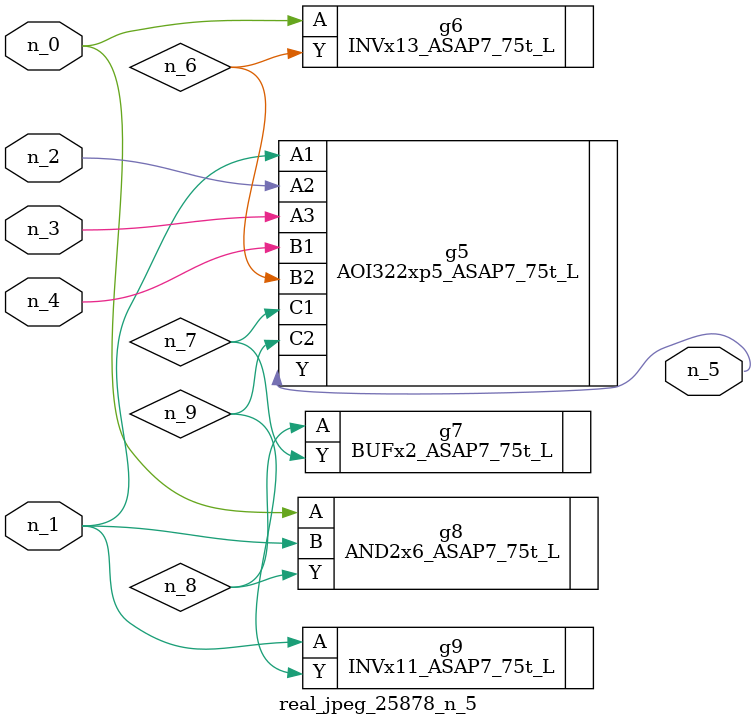
<source format=v>
module real_jpeg_25878_n_5 (n_4, n_0, n_1, n_2, n_3, n_5);

input n_4;
input n_0;
input n_1;
input n_2;
input n_3;

output n_5;

wire n_8;
wire n_6;
wire n_7;
wire n_9;

INVx13_ASAP7_75t_L g6 ( 
.A(n_0),
.Y(n_6)
);

AND2x6_ASAP7_75t_L g8 ( 
.A(n_0),
.B(n_1),
.Y(n_8)
);

AOI322xp5_ASAP7_75t_L g5 ( 
.A1(n_1),
.A2(n_2),
.A3(n_3),
.B1(n_4),
.B2(n_6),
.C1(n_7),
.C2(n_9),
.Y(n_5)
);

INVx11_ASAP7_75t_L g9 ( 
.A(n_1),
.Y(n_9)
);

BUFx2_ASAP7_75t_L g7 ( 
.A(n_8),
.Y(n_7)
);


endmodule
</source>
